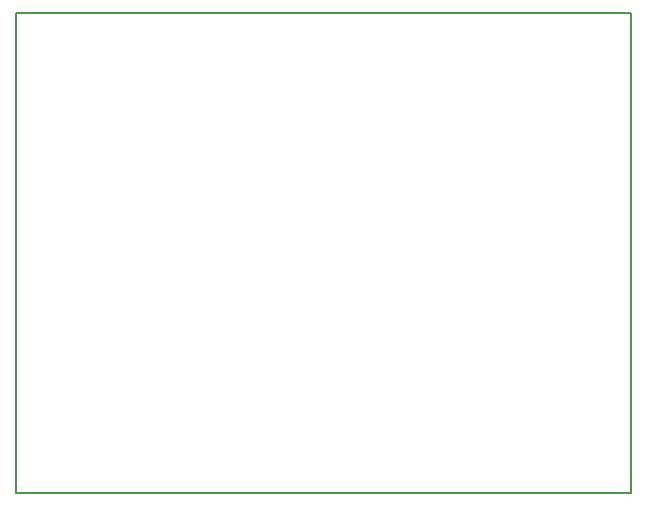
<source format=gbr>
G04 DipTrace 2.4.0.2*
%INBoardOutline.gbr*%
%MOIN*%
%ADD11C,0.0055*%
%FSLAX44Y44*%
G04*
G70*
G90*
G75*
G01*
%LNBoardOutline*%
%LPD*%
X3937Y19937D2*
D11*
X24437D1*
Y3937D1*
X3937D1*
Y19937D1*
M02*

</source>
